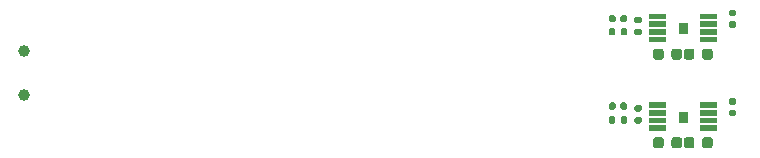
<source format=gbr>
%TF.GenerationSoftware,KiCad,Pcbnew,(5.1.8)-1*%
%TF.CreationDate,2021-10-07T20:49:06+08:00*%
%TF.ProjectId,Amplifier,416d706c-6966-4696-9572-2e6b69636164,rev?*%
%TF.SameCoordinates,Original*%
%TF.FileFunction,Paste,Bot*%
%TF.FilePolarity,Positive*%
%FSLAX46Y46*%
G04 Gerber Fmt 4.6, Leading zero omitted, Abs format (unit mm)*
G04 Created by KiCad (PCBNEW (5.1.8)-1) date 2021-10-07 20:49:06*
%MOMM*%
%LPD*%
G01*
G04 APERTURE LIST*
%ADD10C,0.010000*%
%ADD11C,1.000000*%
G04 APERTURE END LIST*
D10*
%TO.C,U2*%
G36*
X135534000Y-103640000D02*
G01*
X136246000Y-103640000D01*
X136246000Y-102760000D01*
X135534000Y-102760000D01*
X135534000Y-103640000D01*
G37*
X135534000Y-103640000D02*
X136246000Y-103640000D01*
X136246000Y-102760000D01*
X135534000Y-102760000D01*
X135534000Y-103640000D01*
%TO.C,U1*%
G36*
X135534000Y-96140000D02*
G01*
X136246000Y-96140000D01*
X136246000Y-95260000D01*
X135534000Y-95260000D01*
X135534000Y-96140000D01*
G37*
X135534000Y-96140000D02*
X136246000Y-96140000D01*
X136246000Y-95260000D01*
X135534000Y-95260000D01*
X135534000Y-96140000D01*
%TD*%
D11*
%TO.C,J5*%
X80100000Y-101400000D03*
%TD*%
%TO.C,J2*%
X80100000Y-97600000D03*
%TD*%
%TO.C,C6*%
G36*
G01*
X130590000Y-102470000D02*
X130590000Y-102130000D01*
G75*
G02*
X130730000Y-101990000I140000J0D01*
G01*
X131010000Y-101990000D01*
G75*
G02*
X131150000Y-102130000I0J-140000D01*
G01*
X131150000Y-102470000D01*
G75*
G02*
X131010000Y-102610000I-140000J0D01*
G01*
X130730000Y-102610000D01*
G75*
G02*
X130590000Y-102470000I0J140000D01*
G01*
G37*
G36*
G01*
X129630000Y-102470000D02*
X129630000Y-102130000D01*
G75*
G02*
X129770000Y-101990000I140000J0D01*
G01*
X130050000Y-101990000D01*
G75*
G02*
X130190000Y-102130000I0J-140000D01*
G01*
X130190000Y-102470000D01*
G75*
G02*
X130050000Y-102610000I-140000J0D01*
G01*
X129770000Y-102610000D01*
G75*
G02*
X129630000Y-102470000I0J140000D01*
G01*
G37*
%TD*%
%TO.C,C5*%
G36*
G01*
X130590000Y-95069999D02*
X130590000Y-94729999D01*
G75*
G02*
X130730000Y-94589999I140000J0D01*
G01*
X131010000Y-94589999D01*
G75*
G02*
X131150000Y-94729999I0J-140000D01*
G01*
X131150000Y-95069999D01*
G75*
G02*
X131010000Y-95209999I-140000J0D01*
G01*
X130730000Y-95209999D01*
G75*
G02*
X130590000Y-95069999I0J140000D01*
G01*
G37*
G36*
G01*
X129630000Y-95069999D02*
X129630000Y-94729999D01*
G75*
G02*
X129770000Y-94589999I140000J0D01*
G01*
X130050000Y-94589999D01*
G75*
G02*
X130190000Y-94729999I0J-140000D01*
G01*
X130190000Y-95069999D01*
G75*
G02*
X130050000Y-95209999I-140000J0D01*
G01*
X129770000Y-95209999D01*
G75*
G02*
X129630000Y-95069999I0J140000D01*
G01*
G37*
%TD*%
%TO.C,C4*%
G36*
G01*
X140260000Y-102200000D02*
X139920000Y-102200000D01*
G75*
G02*
X139780000Y-102060000I0J140000D01*
G01*
X139780000Y-101780000D01*
G75*
G02*
X139920000Y-101640000I140000J0D01*
G01*
X140260000Y-101640000D01*
G75*
G02*
X140400000Y-101780000I0J-140000D01*
G01*
X140400000Y-102060000D01*
G75*
G02*
X140260000Y-102200000I-140000J0D01*
G01*
G37*
G36*
G01*
X140260000Y-103160000D02*
X139920000Y-103160000D01*
G75*
G02*
X139780000Y-103020000I0J140000D01*
G01*
X139780000Y-102740000D01*
G75*
G02*
X139920000Y-102600000I140000J0D01*
G01*
X140260000Y-102600000D01*
G75*
G02*
X140400000Y-102740000I0J-140000D01*
G01*
X140400000Y-103020000D01*
G75*
G02*
X140260000Y-103160000I-140000J0D01*
G01*
G37*
%TD*%
%TO.C,C3*%
G36*
G01*
X140260000Y-94700000D02*
X139920000Y-94700000D01*
G75*
G02*
X139780000Y-94560000I0J140000D01*
G01*
X139780000Y-94280000D01*
G75*
G02*
X139920000Y-94140000I140000J0D01*
G01*
X140260000Y-94140000D01*
G75*
G02*
X140400000Y-94280000I0J-140000D01*
G01*
X140400000Y-94560000D01*
G75*
G02*
X140260000Y-94700000I-140000J0D01*
G01*
G37*
G36*
G01*
X140260000Y-95660000D02*
X139920000Y-95660000D01*
G75*
G02*
X139780000Y-95520000I0J140000D01*
G01*
X139780000Y-95240000D01*
G75*
G02*
X139920000Y-95100000I140000J0D01*
G01*
X140260000Y-95100000D01*
G75*
G02*
X140400000Y-95240000I0J-140000D01*
G01*
X140400000Y-95520000D01*
G75*
G02*
X140260000Y-95660000I-140000J0D01*
G01*
G37*
%TD*%
%TO.C,R4*%
G36*
G01*
X132275001Y-102760000D02*
X131905001Y-102760000D01*
G75*
G02*
X131770001Y-102625000I0J135000D01*
G01*
X131770001Y-102355000D01*
G75*
G02*
X131905001Y-102220000I135000J0D01*
G01*
X132275001Y-102220000D01*
G75*
G02*
X132410001Y-102355000I0J-135000D01*
G01*
X132410001Y-102625000D01*
G75*
G02*
X132275001Y-102760000I-135000J0D01*
G01*
G37*
G36*
G01*
X132275001Y-103780000D02*
X131905001Y-103780000D01*
G75*
G02*
X131770001Y-103645000I0J135000D01*
G01*
X131770001Y-103375000D01*
G75*
G02*
X131905001Y-103240000I135000J0D01*
G01*
X132275001Y-103240000D01*
G75*
G02*
X132410001Y-103375000I0J-135000D01*
G01*
X132410001Y-103645000D01*
G75*
G02*
X132275001Y-103780000I-135000J0D01*
G01*
G37*
%TD*%
%TO.C,R3*%
G36*
G01*
X130630000Y-103684999D02*
X130630000Y-103314999D01*
G75*
G02*
X130765000Y-103179999I135000J0D01*
G01*
X131035000Y-103179999D01*
G75*
G02*
X131170000Y-103314999I0J-135000D01*
G01*
X131170000Y-103684999D01*
G75*
G02*
X131035000Y-103819999I-135000J0D01*
G01*
X130765000Y-103819999D01*
G75*
G02*
X130630000Y-103684999I0J135000D01*
G01*
G37*
G36*
G01*
X129610000Y-103684999D02*
X129610000Y-103314999D01*
G75*
G02*
X129745000Y-103179999I135000J0D01*
G01*
X130015000Y-103179999D01*
G75*
G02*
X130150000Y-103314999I0J-135000D01*
G01*
X130150000Y-103684999D01*
G75*
G02*
X130015000Y-103819999I-135000J0D01*
G01*
X129745000Y-103819999D01*
G75*
G02*
X129610000Y-103684999I0J135000D01*
G01*
G37*
%TD*%
%TO.C,R2*%
G36*
G01*
X132275000Y-95260001D02*
X131905000Y-95260001D01*
G75*
G02*
X131770000Y-95125001I0J135000D01*
G01*
X131770000Y-94855001D01*
G75*
G02*
X131905000Y-94720001I135000J0D01*
G01*
X132275000Y-94720001D01*
G75*
G02*
X132410000Y-94855001I0J-135000D01*
G01*
X132410000Y-95125001D01*
G75*
G02*
X132275000Y-95260001I-135000J0D01*
G01*
G37*
G36*
G01*
X132275000Y-96280001D02*
X131905000Y-96280001D01*
G75*
G02*
X131770000Y-96145001I0J135000D01*
G01*
X131770000Y-95875001D01*
G75*
G02*
X131905000Y-95740001I135000J0D01*
G01*
X132275000Y-95740001D01*
G75*
G02*
X132410000Y-95875001I0J-135000D01*
G01*
X132410000Y-96145001D01*
G75*
G02*
X132275000Y-96280001I-135000J0D01*
G01*
G37*
%TD*%
%TO.C,R1*%
G36*
G01*
X130629999Y-96185000D02*
X130629999Y-95815000D01*
G75*
G02*
X130764999Y-95680000I135000J0D01*
G01*
X131034999Y-95680000D01*
G75*
G02*
X131169999Y-95815000I0J-135000D01*
G01*
X131169999Y-96185000D01*
G75*
G02*
X131034999Y-96320000I-135000J0D01*
G01*
X130764999Y-96320000D01*
G75*
G02*
X130629999Y-96185000I0J135000D01*
G01*
G37*
G36*
G01*
X129609999Y-96185000D02*
X129609999Y-95815000D01*
G75*
G02*
X129744999Y-95680000I135000J0D01*
G01*
X130014999Y-95680000D01*
G75*
G02*
X130149999Y-95815000I0J-135000D01*
G01*
X130149999Y-96185000D01*
G75*
G02*
X130014999Y-96320000I-135000J0D01*
G01*
X129744999Y-96320000D01*
G75*
G02*
X129609999Y-96185000I0J135000D01*
G01*
G37*
%TD*%
%TO.C,C8*%
G36*
G01*
X134914999Y-105649999D02*
X134914999Y-105149999D01*
G75*
G02*
X135139999Y-104924999I225000J0D01*
G01*
X135589999Y-104924999D01*
G75*
G02*
X135814999Y-105149999I0J-225000D01*
G01*
X135814999Y-105649999D01*
G75*
G02*
X135589999Y-105874999I-225000J0D01*
G01*
X135139999Y-105874999D01*
G75*
G02*
X134914999Y-105649999I0J225000D01*
G01*
G37*
G36*
G01*
X133364999Y-105649999D02*
X133364999Y-105149999D01*
G75*
G02*
X133589999Y-104924999I225000J0D01*
G01*
X134039999Y-104924999D01*
G75*
G02*
X134264999Y-105149999I0J-225000D01*
G01*
X134264999Y-105649999D01*
G75*
G02*
X134039999Y-105874999I-225000J0D01*
G01*
X133589999Y-105874999D01*
G75*
G02*
X133364999Y-105649999I0J225000D01*
G01*
G37*
%TD*%
%TO.C,C7*%
G36*
G01*
X134915000Y-98150000D02*
X134915000Y-97650000D01*
G75*
G02*
X135140000Y-97425000I225000J0D01*
G01*
X135590000Y-97425000D01*
G75*
G02*
X135815000Y-97650000I0J-225000D01*
G01*
X135815000Y-98150000D01*
G75*
G02*
X135590000Y-98375000I-225000J0D01*
G01*
X135140000Y-98375000D01*
G75*
G02*
X134915000Y-98150000I0J225000D01*
G01*
G37*
G36*
G01*
X133365000Y-98150000D02*
X133365000Y-97650000D01*
G75*
G02*
X133590000Y-97425000I225000J0D01*
G01*
X134040000Y-97425000D01*
G75*
G02*
X134265000Y-97650000I0J-225000D01*
G01*
X134265000Y-98150000D01*
G75*
G02*
X134040000Y-98375000I-225000J0D01*
G01*
X133590000Y-98375000D01*
G75*
G02*
X133365000Y-98150000I0J225000D01*
G01*
G37*
%TD*%
%TO.C,C2*%
G36*
G01*
X136865000Y-105150000D02*
X136865000Y-105650000D01*
G75*
G02*
X136640000Y-105875000I-225000J0D01*
G01*
X136190000Y-105875000D01*
G75*
G02*
X135965000Y-105650000I0J225000D01*
G01*
X135965000Y-105150000D01*
G75*
G02*
X136190000Y-104925000I225000J0D01*
G01*
X136640000Y-104925000D01*
G75*
G02*
X136865000Y-105150000I0J-225000D01*
G01*
G37*
G36*
G01*
X138415000Y-105150000D02*
X138415000Y-105650000D01*
G75*
G02*
X138190000Y-105875000I-225000J0D01*
G01*
X137740000Y-105875000D01*
G75*
G02*
X137515000Y-105650000I0J225000D01*
G01*
X137515000Y-105150000D01*
G75*
G02*
X137740000Y-104925000I225000J0D01*
G01*
X138190000Y-104925000D01*
G75*
G02*
X138415000Y-105150000I0J-225000D01*
G01*
G37*
%TD*%
%TO.C,C1*%
G36*
G01*
X136865000Y-97650000D02*
X136865000Y-98150000D01*
G75*
G02*
X136640000Y-98375000I-225000J0D01*
G01*
X136190000Y-98375000D01*
G75*
G02*
X135965000Y-98150000I0J225000D01*
G01*
X135965000Y-97650000D01*
G75*
G02*
X136190000Y-97425000I225000J0D01*
G01*
X136640000Y-97425000D01*
G75*
G02*
X136865000Y-97650000I0J-225000D01*
G01*
G37*
G36*
G01*
X138415000Y-97650000D02*
X138415000Y-98150000D01*
G75*
G02*
X138190000Y-98375000I-225000J0D01*
G01*
X137740000Y-98375000D01*
G75*
G02*
X137515000Y-98150000I0J225000D01*
G01*
X137515000Y-97650000D01*
G75*
G02*
X137740000Y-97425000I225000J0D01*
G01*
X138190000Y-97425000D01*
G75*
G02*
X138415000Y-97650000I0J-225000D01*
G01*
G37*
%TD*%
%TO.C,U2*%
G36*
G01*
X137305000Y-104386200D02*
X137305000Y-103963800D01*
G75*
G02*
X137333800Y-103935000I28800J0D01*
G01*
X138746200Y-103935000D01*
G75*
G02*
X138775000Y-103963800I0J-28800D01*
G01*
X138775000Y-104386200D01*
G75*
G02*
X138746200Y-104415000I-28800J0D01*
G01*
X137333800Y-104415000D01*
G75*
G02*
X137305000Y-104386200I0J28800D01*
G01*
G37*
G36*
G01*
X137305000Y-103736200D02*
X137305000Y-103313800D01*
G75*
G02*
X137333800Y-103285000I28800J0D01*
G01*
X138746200Y-103285000D01*
G75*
G02*
X138775000Y-103313800I0J-28800D01*
G01*
X138775000Y-103736200D01*
G75*
G02*
X138746200Y-103765000I-28800J0D01*
G01*
X137333800Y-103765000D01*
G75*
G02*
X137305000Y-103736200I0J28800D01*
G01*
G37*
G36*
G01*
X137305000Y-103086200D02*
X137305000Y-102663800D01*
G75*
G02*
X137333800Y-102635000I28800J0D01*
G01*
X138746200Y-102635000D01*
G75*
G02*
X138775000Y-102663800I0J-28800D01*
G01*
X138775000Y-103086200D01*
G75*
G02*
X138746200Y-103115000I-28800J0D01*
G01*
X137333800Y-103115000D01*
G75*
G02*
X137305000Y-103086200I0J28800D01*
G01*
G37*
G36*
G01*
X137305000Y-102436200D02*
X137305000Y-102013800D01*
G75*
G02*
X137333800Y-101985000I28800J0D01*
G01*
X138746200Y-101985000D01*
G75*
G02*
X138775000Y-102013800I0J-28800D01*
G01*
X138775000Y-102436200D01*
G75*
G02*
X138746200Y-102465000I-28800J0D01*
G01*
X137333800Y-102465000D01*
G75*
G02*
X137305000Y-102436200I0J28800D01*
G01*
G37*
G36*
G01*
X133005000Y-102436200D02*
X133005000Y-102013800D01*
G75*
G02*
X133033800Y-101985000I28800J0D01*
G01*
X134446200Y-101985000D01*
G75*
G02*
X134475000Y-102013800I0J-28800D01*
G01*
X134475000Y-102436200D01*
G75*
G02*
X134446200Y-102465000I-28800J0D01*
G01*
X133033800Y-102465000D01*
G75*
G02*
X133005000Y-102436200I0J28800D01*
G01*
G37*
G36*
G01*
X133005000Y-103086200D02*
X133005000Y-102663800D01*
G75*
G02*
X133033800Y-102635000I28800J0D01*
G01*
X134446200Y-102635000D01*
G75*
G02*
X134475000Y-102663800I0J-28800D01*
G01*
X134475000Y-103086200D01*
G75*
G02*
X134446200Y-103115000I-28800J0D01*
G01*
X133033800Y-103115000D01*
G75*
G02*
X133005000Y-103086200I0J28800D01*
G01*
G37*
G36*
G01*
X133005000Y-103736200D02*
X133005000Y-103313800D01*
G75*
G02*
X133033800Y-103285000I28800J0D01*
G01*
X134446200Y-103285000D01*
G75*
G02*
X134475000Y-103313800I0J-28800D01*
G01*
X134475000Y-103736200D01*
G75*
G02*
X134446200Y-103765000I-28800J0D01*
G01*
X133033800Y-103765000D01*
G75*
G02*
X133005000Y-103736200I0J28800D01*
G01*
G37*
G36*
G01*
X133005000Y-104386200D02*
X133005000Y-103963800D01*
G75*
G02*
X133033800Y-103935000I28800J0D01*
G01*
X134446200Y-103935000D01*
G75*
G02*
X134475000Y-103963800I0J-28800D01*
G01*
X134475000Y-104386200D01*
G75*
G02*
X134446200Y-104415000I-28800J0D01*
G01*
X133033800Y-104415000D01*
G75*
G02*
X133005000Y-104386200I0J28800D01*
G01*
G37*
%TD*%
%TO.C,U1*%
G36*
G01*
X137305000Y-96886200D02*
X137305000Y-96463800D01*
G75*
G02*
X137333800Y-96435000I28800J0D01*
G01*
X138746200Y-96435000D01*
G75*
G02*
X138775000Y-96463800I0J-28800D01*
G01*
X138775000Y-96886200D01*
G75*
G02*
X138746200Y-96915000I-28800J0D01*
G01*
X137333800Y-96915000D01*
G75*
G02*
X137305000Y-96886200I0J28800D01*
G01*
G37*
G36*
G01*
X137305000Y-96236200D02*
X137305000Y-95813800D01*
G75*
G02*
X137333800Y-95785000I28800J0D01*
G01*
X138746200Y-95785000D01*
G75*
G02*
X138775000Y-95813800I0J-28800D01*
G01*
X138775000Y-96236200D01*
G75*
G02*
X138746200Y-96265000I-28800J0D01*
G01*
X137333800Y-96265000D01*
G75*
G02*
X137305000Y-96236200I0J28800D01*
G01*
G37*
G36*
G01*
X137305000Y-95586200D02*
X137305000Y-95163800D01*
G75*
G02*
X137333800Y-95135000I28800J0D01*
G01*
X138746200Y-95135000D01*
G75*
G02*
X138775000Y-95163800I0J-28800D01*
G01*
X138775000Y-95586200D01*
G75*
G02*
X138746200Y-95615000I-28800J0D01*
G01*
X137333800Y-95615000D01*
G75*
G02*
X137305000Y-95586200I0J28800D01*
G01*
G37*
G36*
G01*
X137305000Y-94936200D02*
X137305000Y-94513800D01*
G75*
G02*
X137333800Y-94485000I28800J0D01*
G01*
X138746200Y-94485000D01*
G75*
G02*
X138775000Y-94513800I0J-28800D01*
G01*
X138775000Y-94936200D01*
G75*
G02*
X138746200Y-94965000I-28800J0D01*
G01*
X137333800Y-94965000D01*
G75*
G02*
X137305000Y-94936200I0J28800D01*
G01*
G37*
G36*
G01*
X133005000Y-94936200D02*
X133005000Y-94513800D01*
G75*
G02*
X133033800Y-94485000I28800J0D01*
G01*
X134446200Y-94485000D01*
G75*
G02*
X134475000Y-94513800I0J-28800D01*
G01*
X134475000Y-94936200D01*
G75*
G02*
X134446200Y-94965000I-28800J0D01*
G01*
X133033800Y-94965000D01*
G75*
G02*
X133005000Y-94936200I0J28800D01*
G01*
G37*
G36*
G01*
X133005000Y-95586200D02*
X133005000Y-95163800D01*
G75*
G02*
X133033800Y-95135000I28800J0D01*
G01*
X134446200Y-95135000D01*
G75*
G02*
X134475000Y-95163800I0J-28800D01*
G01*
X134475000Y-95586200D01*
G75*
G02*
X134446200Y-95615000I-28800J0D01*
G01*
X133033800Y-95615000D01*
G75*
G02*
X133005000Y-95586200I0J28800D01*
G01*
G37*
G36*
G01*
X133005000Y-96236200D02*
X133005000Y-95813800D01*
G75*
G02*
X133033800Y-95785000I28800J0D01*
G01*
X134446200Y-95785000D01*
G75*
G02*
X134475000Y-95813800I0J-28800D01*
G01*
X134475000Y-96236200D01*
G75*
G02*
X134446200Y-96265000I-28800J0D01*
G01*
X133033800Y-96265000D01*
G75*
G02*
X133005000Y-96236200I0J28800D01*
G01*
G37*
G36*
G01*
X133005000Y-96886200D02*
X133005000Y-96463800D01*
G75*
G02*
X133033800Y-96435000I28800J0D01*
G01*
X134446200Y-96435000D01*
G75*
G02*
X134475000Y-96463800I0J-28800D01*
G01*
X134475000Y-96886200D01*
G75*
G02*
X134446200Y-96915000I-28800J0D01*
G01*
X133033800Y-96915000D01*
G75*
G02*
X133005000Y-96886200I0J28800D01*
G01*
G37*
%TD*%
M02*

</source>
